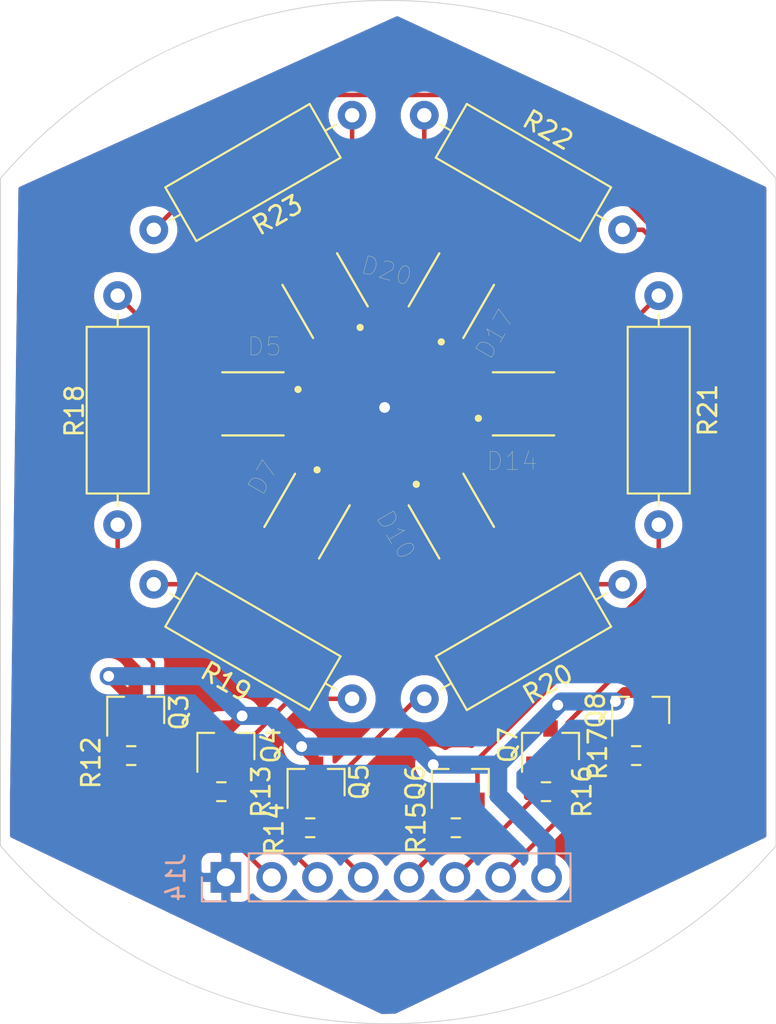
<source format=kicad_pcb>
(kicad_pcb (version 20171130) (host pcbnew "(5.1.8)-1")
  (layers (0 F.Cu signal) (1 In1.Cu power hide) (2 In2.Cu power hide) (31 B.Cu signal) (34 B.Paste user) (35 F.Paste user) (36 B.SilkS user) (37 F.SilkS user) (38 B.Mask user) (39 F.Mask user) (44 Edge.Cuts user))
  (net 0 "")
  (net 1 Earth)
  (net 2 +3V3)
  (net 3 +12V)
  (net 4 "Net-(Q3-Pad1)")
  (net 5 "Net-(Q4-Pad1)")
  (net 6 "Net-(Q5-Pad1)")
  (net 7 "Net-(Q6-Pad1)")
  (net 8 "Net-(Q7-Pad1)")
  (net 9 "Net-(Q8-Pad1)")
  (net 10 "Net-(D3-Pad2)")
  (net 11 "Net-(D6-Pad2)")
  (net 12 "Net-(D10-Pad2)")
  (net 13 "Net-(D12-Pad2)")
  (net 14 "Net-(D15-Pad2)")
  (net 15 "Net-(D18-Pad2)")
  (net 16 /PWM6)
  (net 17 /PWM5)
  (net 18 /PWM4)
  (net 19 /PWM3)
  (net 20 /PWM2)
  (net 21 /PWM1)
  (net 22 "Net-(Q3-Pad2)")
  (net 23 "Net-(Q4-Pad2)")
  (net 24 "Net-(Q5-Pad2)")
  (net 25 "Net-(Q6-Pad2)")
  (net 26 "Net-(Q7-Pad2)")
  (net 27 "Net-(Q8-Pad2)")
  (module Connector_PinSocket_2.54mm:PinSocket_1x08_P2.54mm_Vertical (layer B.Cu) (at 149.5 49.75 270)
    (fp_text reference J14 (at 0 2.77 90) (layer B.SilkS) (effects (justify mirror)))
    (fp_text value Conn_01x08_Male)
    (fp_line (start -1.33 -1.27) (end 1.33 -1.27) (layer B.SilkS) (width 0.12))
    (fp_line (start -1.33 -1.27) (end -1.33 -19.11) (layer B.SilkS) (width 0.12))
    (fp_line (start -1.33 -19.11) (end 1.33 -19.11) (layer B.SilkS) (width 0.12))
    (fp_line (start 1.33 -1.27) (end 1.33 -19.11) (layer B.SilkS) (width 0.12))
    (fp_line (start 1.33 1.33) (end 1.33 0) (layer B.SilkS) (width 0.12))
    (fp_line (start 0 1.33) (end 1.33 1.33) (layer B.SilkS) (width 0.12))
    (pad 1 thru_hole rect (at 0 0 270) (size 1.7 1.7) (drill 1) (layers *.Cu *.Mask) (net 1 Earth))
    (pad 2 thru_hole oval (at 0 -2.54 270) (size 1.7 1.7) (drill 1) (layers *.Cu *.Mask) (net 21 /PWM1))
    (pad 3 thru_hole oval (at 0 -5.08 270) (size 1.7 1.7) (drill 1) (layers *.Cu *.Mask) (net 20 /PWM2))
    (pad 4 thru_hole oval (at 0 -7.62 270) (size 1.7 1.7) (drill 1) (layers *.Cu *.Mask) (net 19 /PWM3))
    (pad 5 thru_hole oval (at 0 -10.16 270) (size 1.7 1.7) (drill 1) (layers *.Cu *.Mask) (net 18 /PWM4))
    (pad 6 thru_hole oval (at 0 -12.7 270) (size 1.7 1.7) (drill 1) (layers *.Cu *.Mask) (net 17 /PWM5))
    (pad 7 thru_hole oval (at 0 -15.24 270) (size 1.7 1.7) (drill 1) (layers *.Cu *.Mask) (net 16 /PWM6))
    (pad 8 thru_hole oval (at 0 -17.78 270) (size 1.7 1.7) (drill 1) (layers *.Cu *.Mask) (net 3 +12V))
  )
  (module Resistor_SMD:R_0603_1608Metric (layer F.Cu) (at 154.175 47 180)
    (fp_text reference R14 (at 2 -0.064999 270) (layer F.SilkS))
    (fp_text value 1k)
    (fp_line (start -0.237258 -0.5225) (end 0.237258 -0.5225) (layer F.SilkS) (width 0.12))
    (fp_line (start -0.237258 0.5225) (end 0.237258 0.5225) (layer F.SilkS) (width 0.12))
    (pad 1 smd roundrect (at -0.825 0 180) (size 0.8 0.95) (layers F.Cu F.Paste F.Mask) (net 19 /PWM3))
    (pad 2 smd roundrect (at 0.825 0 180) (size 0.8 0.95) (layers F.Cu F.Paste F.Mask) (net 6 "Net-(Q5-Pad1)"))
  )
  (module Resistor_SMD:R_0603_1608Metric (layer F.Cu) (at 172.25 43)
    (fp_text reference R17 (at -2.138 -0.094 270) (layer F.SilkS))
    (fp_text value 1k)
    (fp_line (start -0.237258 0.5225) (end 0.237258 0.5225) (layer F.SilkS) (width 0.12))
    (fp_line (start -0.237258 -0.5225) (end 0.237258 -0.5225) (layer F.SilkS) (width 0.12))
    (pad 2 smd roundrect (at 0.825 0) (size 0.8 0.95) (layers F.Cu F.Paste F.Mask) (net 9 "Net-(Q8-Pad1)"))
    (pad 1 smd roundrect (at -0.825 0) (size 0.8 0.95) (layers F.Cu F.Paste F.Mask) (net 16 /PWM6))
  )
  (module Resistor_SMD:R_0603_1608Metric (layer F.Cu) (at 144.25 43 180)
    (fp_text reference R12 (at 2.225 -0.4 270) (layer F.SilkS))
    (fp_text value 1k)
    (fp_line (start -0.237258 -0.5225) (end 0.237258 -0.5225) (layer F.SilkS) (width 0.12))
    (fp_line (start -0.237258 0.5225) (end 0.237258 0.5225) (layer F.SilkS) (width 0.12))
    (pad 1 smd roundrect (at -0.825 0 180) (size 0.8 0.95) (layers F.Cu F.Paste F.Mask) (net 21 /PWM1))
    (pad 2 smd roundrect (at 0.825 0 180) (size 0.8 0.95) (layers F.Cu F.Paste F.Mask) (net 4 "Net-(Q3-Pad1)"))
  )
  (module Resistor_SMD:R_0603_1608Metric (layer F.Cu) (at 149.25 45 180)
    (fp_text reference R13 (at -2.2 0 270) (layer F.SilkS))
    (fp_text value 1k)
    (fp_line (start -0.237258 0.5225) (end 0.237258 0.5225) (layer F.SilkS) (width 0.12))
    (fp_line (start -0.237258 -0.5225) (end 0.237258 -0.5225) (layer F.SilkS) (width 0.12))
    (pad 2 smd roundrect (at 0.825 0 180) (size 0.8 0.95) (layers F.Cu F.Paste F.Mask) (net 5 "Net-(Q4-Pad1)"))
    (pad 1 smd roundrect (at -0.825 0 180) (size 0.8 0.95) (layers F.Cu F.Paste F.Mask) (net 20 /PWM2))
  )
  (module Resistor_SMD:R_0603_1608Metric (layer F.Cu) (at 162.25 47)
    (fp_text reference R15 (at -2.2 0 90) (layer F.SilkS))
    (fp_text value 1k)
    (fp_line (start -0.237258 0.5225) (end 0.237258 0.5225) (layer F.SilkS) (width 0.12))
    (fp_line (start -0.237258 -0.5225) (end 0.237258 -0.5225) (layer F.SilkS) (width 0.12))
    (pad 2 smd roundrect (at 0.825 0) (size 0.8 0.95) (layers F.Cu F.Paste F.Mask) (net 7 "Net-(Q6-Pad1)"))
    (pad 1 smd roundrect (at -0.825 0) (size 0.8 0.95) (layers F.Cu F.Paste F.Mask) (net 18 /PWM4))
  )
  (module Resistor_SMD:R_0603_1608Metric (layer F.Cu) (at 167.25 45)
    (fp_text reference R16 (at 2 0 270) (layer F.SilkS))
    (fp_text value 1k)
    (fp_line (start -0.237258 -0.5225) (end 0.237258 -0.5225) (layer F.SilkS) (width 0.12))
    (fp_line (start -0.237258 0.5225) (end 0.237258 0.5225) (layer F.SilkS) (width 0.12))
    (pad 1 smd roundrect (at -0.825 0) (size 0.8 0.95) (layers F.Cu F.Paste F.Mask) (net 17 /PWM5))
    (pad 2 smd roundrect (at 0.825 0) (size 0.8 0.95) (layers F.Cu F.Paste F.Mask) (net 8 "Net-(Q7-Pad1)"))
  )
  (module Package_TO_SOT_SMD:SOT-23 (layer F.Cu) (at 154.5 44.5 90)
    (fp_text reference Q5 (at 0.04 2.39 90) (layer F.SilkS))
    (fp_text value Q_PNP_BCE)
    (fp_line (start 0.76 1.58) (end -0.7 1.58) (layer F.SilkS) (width 0.12))
    (fp_line (start 0.76 -1.58) (end -1.4 -1.58) (layer F.SilkS) (width 0.12))
    (fp_line (start 0.76 -1.58) (end 0.76 -0.65) (layer F.SilkS) (width 0.12))
    (fp_line (start 0.76 1.58) (end 0.76 0.65) (layer F.SilkS) (width 0.12))
    (pad 3 smd rect (at 1 0 90) (size 0.9 0.8) (layers F.Cu F.Paste F.Mask) (net 3 +12V))
    (pad 2 smd rect (at -1 0.95 90) (size 0.9 0.8) (layers F.Cu F.Paste F.Mask) (net 24 "Net-(Q5-Pad2)"))
    (pad 1 smd rect (at -1 -0.95 90) (size 0.9 0.8) (layers F.Cu F.Paste F.Mask) (net 6 "Net-(Q5-Pad1)"))
  )
  (module digikey-footprints:LED_L135-A589003500000 (layer F.Cu) (at 151 23.5)
    (fp_text reference D5 (at 0.635 -3.175) (layer F.SilkS) (effects (font (thickness 0.015))))
    (fp_text value LED)
    (fp_line (start 1.7 1.75) (end -1.7 1.75) (layer F.SilkS) (width 0.127))
    (fp_line (start -1.7 -1.75) (end 1.7 -1.75) (layer F.SilkS) (width 0.127))
    (fp_circle (center 2.5 -0.8) (end 2.6 -0.8) (layer F.SilkS) (width 0.2))
    (pad 1 smd rect (at 0.835 0) (size 1.93 2.4) (layers F.Cu F.Paste) (net 1 Earth))
    (pad 2 smd rect (at -1.39 0) (size 0.82 2.4) (layers F.Cu F.Paste) (net 10 "Net-(D3-Pad2)"))
  )
  (module digikey-footprints:LED_L135-A589003500000 (layer F.Cu) (at 154 29.723131 60)
    (fp_text reference D7 (at 0.635 -3.175 60) (layer F.SilkS) (effects (font (thickness 0.015))))
    (fp_text value LED)
    (fp_line (start 1.7 1.75) (end -1.7 1.75) (layer F.SilkS) (width 0.127))
    (fp_line (start -1.7 -1.75) (end 1.7 -1.75) (layer F.SilkS) (width 0.127))
    (fp_circle (center 2.5 -0.8) (end 2.6 -0.8) (layer F.SilkS) (width 0.2))
    (pad 1 smd rect (at 0.835 0 60) (size 1.93 2.4) (layers F.Cu F.Paste) (net 1 Earth))
    (pad 2 smd rect (at -1.39 0 60) (size 0.82 2.4) (layers F.Cu F.Paste) (net 11 "Net-(D6-Pad2)"))
  )
  (module digikey-footprints:LED_L135-A589003500000 (layer F.Cu) (at 162 29.723131 120)
    (fp_text reference D10 (at 0.635 -3.175 120) (layer F.SilkS) (effects (font (thickness 0.015))))
    (fp_text value LED)
    (fp_circle (center 2.5 -0.8) (end 2.6 -0.8) (layer F.SilkS) (width 0.2))
    (fp_line (start -1.7 -1.75) (end 1.7 -1.75) (layer F.SilkS) (width 0.127))
    (fp_line (start 1.7 1.75) (end -1.7 1.75) (layer F.SilkS) (width 0.127))
    (pad 2 smd rect (at -1.39 0 120) (size 0.82 2.4) (layers F.Cu F.Paste) (net 12 "Net-(D10-Pad2)"))
    (pad 1 smd rect (at 0.835 0 120) (size 1.93 2.4) (layers F.Cu F.Paste) (net 1 Earth))
  )
  (module digikey-footprints:LED_L135-A589003500000 (layer F.Cu) (at 166 23.5 180)
    (fp_text reference D14 (at 0.635 -3.175) (layer F.SilkS) (effects (font (thickness 0.015))))
    (fp_text value LED)
    (fp_circle (center 2.5 -0.8) (end 2.6 -0.8) (layer F.SilkS) (width 0.2))
    (fp_line (start -1.7 -1.75) (end 1.7 -1.75) (layer F.SilkS) (width 0.127))
    (fp_line (start 1.7 1.75) (end -1.7 1.75) (layer F.SilkS) (width 0.127))
    (pad 2 smd rect (at -1.39 0 180) (size 0.82 2.4) (layers F.Cu F.Paste) (net 13 "Net-(D12-Pad2)"))
    (pad 1 smd rect (at 0.835 0 180) (size 1.93 2.4) (layers F.Cu F.Paste) (net 1 Earth))
  )
  (module digikey-footprints:LED_L135-A589003500000 (layer F.Cu) (at 162 17.5 240)
    (fp_text reference D17 (at 0.635 -3.175 60) (layer F.SilkS) (effects (font (thickness 0.015))))
    (fp_text value LED)
    (fp_circle (center 2.5 -0.8) (end 2.6 -0.8) (layer F.SilkS) (width 0.2))
    (fp_line (start -1.7 -1.75) (end 1.7 -1.75) (layer F.SilkS) (width 0.127))
    (fp_line (start 1.7 1.75) (end -1.7 1.75) (layer F.SilkS) (width 0.127))
    (pad 2 smd rect (at -1.39 0 240) (size 0.82 2.4) (layers F.Cu F.Paste) (net 14 "Net-(D15-Pad2)"))
    (pad 1 smd rect (at 0.835 0 240) (size 1.93 2.4) (layers F.Cu F.Paste) (net 1 Earth))
  )
  (module digikey-footprints:LED_L135-A589003500000 (layer F.Cu) (at 155 17.5 300)
    (fp_text reference D20 (at 0.516346 -3.648076 165) (layer F.SilkS) (effects (font (thickness 0.015))))
    (fp_text value LED)
    (fp_line (start 1.7 1.75) (end -1.7 1.75) (layer F.SilkS) (width 0.127))
    (fp_line (start -1.7 -1.75) (end 1.7 -1.75) (layer F.SilkS) (width 0.127))
    (fp_circle (center 2.5 -0.8) (end 2.6 -0.8) (layer F.SilkS) (width 0.2))
    (pad 1 smd rect (at 0.835 0 300) (size 1.93 2.4) (layers F.Cu F.Paste) (net 1 Earth))
    (pad 2 smd rect (at -1.39 0 300) (size 0.82 2.4) (layers F.Cu F.Paste) (net 15 "Net-(D18-Pad2)"))
  )
  (module Package_TO_SOT_SMD:SOT-23 (layer F.Cu) (at 144.5 40.5 90)
    (fp_text reference Q3 (at -0.1 2.4 270) (layer F.SilkS))
    (fp_text value Q_PNP_BCE)
    (fp_line (start 0.76 1.58) (end -0.7 1.58) (layer F.SilkS) (width 0.12))
    (fp_line (start 0.76 -1.58) (end -1.4 -1.58) (layer F.SilkS) (width 0.12))
    (fp_line (start 0.76 -1.58) (end 0.76 -0.65) (layer F.SilkS) (width 0.12))
    (fp_line (start 0.76 1.58) (end 0.76 0.65) (layer F.SilkS) (width 0.12))
    (pad 3 smd rect (at 1 0 90) (size 0.9 0.8) (layers F.Cu F.Paste F.Mask) (net 3 +12V))
    (pad 2 smd rect (at -1 0.95 90) (size 0.9 0.8) (layers F.Cu F.Paste F.Mask) (net 22 "Net-(Q3-Pad2)"))
    (pad 1 smd rect (at -1 -0.95 90) (size 0.9 0.8) (layers F.Cu F.Paste F.Mask) (net 4 "Net-(Q3-Pad1)"))
  )
  (module Package_TO_SOT_SMD:SOT-23 (layer F.Cu) (at 149.5 42.5 90)
    (fp_text reference Q4 (at 0.06077 2.505256 90) (layer F.SilkS))
    (fp_text value Q_PNP_BCE)
    (fp_line (start 0.76 1.58) (end -0.7 1.58) (layer F.SilkS) (width 0.12))
    (fp_line (start 0.76 -1.58) (end -1.4 -1.58) (layer F.SilkS) (width 0.12))
    (fp_line (start 0.76 -1.58) (end 0.76 -0.65) (layer F.SilkS) (width 0.12))
    (fp_line (start 0.76 1.58) (end 0.76 0.65) (layer F.SilkS) (width 0.12))
    (pad 3 smd rect (at 1 0 90) (size 0.9 0.8) (layers F.Cu F.Paste F.Mask) (net 3 +12V))
    (pad 2 smd rect (at -1 0.95 90) (size 0.9 0.8) (layers F.Cu F.Paste F.Mask) (net 23 "Net-(Q4-Pad2)"))
    (pad 1 smd rect (at -1 -0.95 90) (size 0.9 0.8) (layers F.Cu F.Paste F.Mask) (net 5 "Net-(Q4-Pad1)"))
  )
  (module Package_TO_SOT_SMD:SOT-23 (layer F.Cu) (at 162.5 44.5 90)
    (fp_text reference Q6 (at 0 -2.5 90) (layer F.SilkS))
    (fp_text value Q_PNP_BCE)
    (fp_line (start 0.76 1.58) (end 0.76 0.65) (layer F.SilkS) (width 0.12))
    (fp_line (start 0.76 -1.58) (end 0.76 -0.65) (layer F.SilkS) (width 0.12))
    (fp_line (start 0.76 -1.58) (end -1.4 -1.58) (layer F.SilkS) (width 0.12))
    (fp_line (start 0.76 1.58) (end -0.7 1.58) (layer F.SilkS) (width 0.12))
    (pad 1 smd rect (at -1 -0.95 90) (size 0.9 0.8) (layers F.Cu F.Paste F.Mask) (net 7 "Net-(Q6-Pad1)"))
    (pad 2 smd rect (at -1 0.95 90) (size 0.9 0.8) (layers F.Cu F.Paste F.Mask) (net 25 "Net-(Q6-Pad2)"))
    (pad 3 smd rect (at 1 0 90) (size 0.9 0.8) (layers F.Cu F.Paste F.Mask) (net 3 +12V))
  )
  (module Package_TO_SOT_SMD:SOT-23 (layer F.Cu) (at 167.5 42.5 90)
    (fp_text reference Q7 (at 0.09 -2.36 90) (layer F.SilkS))
    (fp_text value Q_PNP_BCE)
    (fp_line (start 0.76 1.58) (end 0.76 0.65) (layer F.SilkS) (width 0.12))
    (fp_line (start 0.76 -1.58) (end 0.76 -0.65) (layer F.SilkS) (width 0.12))
    (fp_line (start 0.76 -1.58) (end -1.4 -1.58) (layer F.SilkS) (width 0.12))
    (fp_line (start 0.76 1.58) (end -0.7 1.58) (layer F.SilkS) (width 0.12))
    (pad 1 smd rect (at -1 -0.95 90) (size 0.9 0.8) (layers F.Cu F.Paste F.Mask) (net 8 "Net-(Q7-Pad1)"))
    (pad 2 smd rect (at -1 0.95 90) (size 0.9 0.8) (layers F.Cu F.Paste F.Mask) (net 26 "Net-(Q7-Pad2)"))
    (pad 3 smd rect (at 1 0 90) (size 0.9 0.8) (layers F.Cu F.Paste F.Mask) (net 3 +12V))
  )
  (module Package_TO_SOT_SMD:SOT-23 (layer F.Cu) (at 172.5 40.5 90)
    (fp_text reference Q8 (at 0 -2.5 90) (layer F.SilkS))
    (fp_text value Q_PNP_BCE)
    (fp_line (start 0.76 1.58) (end 0.76 0.65) (layer F.SilkS) (width 0.12))
    (fp_line (start 0.76 -1.58) (end 0.76 -0.65) (layer F.SilkS) (width 0.12))
    (fp_line (start 0.76 -1.58) (end -1.4 -1.58) (layer F.SilkS) (width 0.12))
    (fp_line (start 0.76 1.58) (end -0.7 1.58) (layer F.SilkS) (width 0.12))
    (pad 1 smd rect (at -1 -0.95 90) (size 0.9 0.8) (layers F.Cu F.Paste F.Mask) (net 9 "Net-(Q8-Pad1)"))
    (pad 2 smd rect (at -1 0.95 90) (size 0.9 0.8) (layers F.Cu F.Paste F.Mask) (net 27 "Net-(Q8-Pad2)"))
    (pad 3 smd rect (at 1 0 90) (size 0.9 0.8) (layers F.Cu F.Paste F.Mask) (net 3 +12V))
  )
  (module Resistor_THT:R_Axial_DIN0309_L9.0mm_D3.2mm_P12.70mm_Horizontal (layer F.Cu) (at 143.5 17.5 270)
    (fp_text reference R18 (at 6.4 2.4 90) (layer F.SilkS))
    (fp_text value 180R)
    (fp_line (start 11.66 0) (end 10.97 0) (layer F.SilkS) (width 0.12))
    (fp_line (start 1.04 0) (end 1.73 0) (layer F.SilkS) (width 0.12))
    (fp_line (start 10.97 -1.72) (end 1.73 -1.72) (layer F.SilkS) (width 0.12))
    (fp_line (start 10.97 1.72) (end 10.97 -1.72) (layer F.SilkS) (width 0.12))
    (fp_line (start 1.73 1.72) (end 10.97 1.72) (layer F.SilkS) (width 0.12))
    (fp_line (start 1.73 -1.72) (end 1.73 1.72) (layer F.SilkS) (width 0.12))
    (pad 2 thru_hole oval (at 12.7 0 270) (size 1.6 1.6) (drill 0.8) (layers *.Cu *.Mask) (net 22 "Net-(Q3-Pad2)"))
    (pad 1 thru_hole circle (at 0 0 270) (size 1.6 1.6) (drill 0.8) (layers *.Cu *.Mask) (net 10 "Net-(D3-Pad2)"))
  )
  (module Resistor_THT:R_Axial_DIN0309_L9.0mm_D3.2mm_P12.70mm_Horizontal (layer F.Cu) (at 145.5 33.5 330)
    (fp_text reference R19 (at 6.164102 2.676537 150) (layer F.SilkS))
    (fp_text value 180R)
    (fp_line (start 1.73 -1.72) (end 1.73 1.72) (layer F.SilkS) (width 0.12))
    (fp_line (start 1.73 1.72) (end 10.97 1.72) (layer F.SilkS) (width 0.12))
    (fp_line (start 10.97 1.72) (end 10.97 -1.72) (layer F.SilkS) (width 0.12))
    (fp_line (start 10.97 -1.72) (end 1.73 -1.72) (layer F.SilkS) (width 0.12))
    (fp_line (start 1.04 0) (end 1.73 0) (layer F.SilkS) (width 0.12))
    (fp_line (start 11.66 0) (end 10.97 0) (layer F.SilkS) (width 0.12))
    (pad 1 thru_hole circle (at 0 0 330) (size 1.6 1.6) (drill 0.8) (layers *.Cu *.Mask) (net 11 "Net-(D6-Pad2)"))
    (pad 2 thru_hole oval (at 12.7 0 330) (size 1.6 1.6) (drill 0.8) (layers *.Cu *.Mask) (net 23 "Net-(Q4-Pad2)"))
  )
  (module Resistor_THT:R_Axial_DIN0309_L9.0mm_D3.2mm_P12.70mm_Horizontal (layer F.Cu) (at 171.5 33.5 210)
    (fp_text reference R20 (at 6.35 -2.72 30) (layer F.SilkS))
    (fp_text value 180R)
    (fp_line (start 1.73 -1.72) (end 1.73 1.72) (layer F.SilkS) (width 0.12))
    (fp_line (start 1.73 1.72) (end 10.97 1.72) (layer F.SilkS) (width 0.12))
    (fp_line (start 10.97 1.72) (end 10.97 -1.72) (layer F.SilkS) (width 0.12))
    (fp_line (start 10.97 -1.72) (end 1.73 -1.72) (layer F.SilkS) (width 0.12))
    (fp_line (start 1.04 0) (end 1.73 0) (layer F.SilkS) (width 0.12))
    (fp_line (start 11.66 0) (end 10.97 0) (layer F.SilkS) (width 0.12))
    (pad 1 thru_hole circle (at 0 0 210) (size 1.6 1.6) (drill 0.8) (layers *.Cu *.Mask) (net 12 "Net-(D10-Pad2)"))
    (pad 2 thru_hole oval (at 12.7 0 210) (size 1.6 1.6) (drill 0.8) (layers *.Cu *.Mask) (net 24 "Net-(Q5-Pad2)"))
  )
  (module Resistor_THT:R_Axial_DIN0309_L9.0mm_D3.2mm_P12.70mm_Horizontal (layer F.Cu) (at 173.5 17.5 270)
    (fp_text reference R21 (at 6.35 -2.72 90) (layer F.SilkS))
    (fp_text value 180R)
    (fp_line (start 11.66 0) (end 10.97 0) (layer F.SilkS) (width 0.12))
    (fp_line (start 1.04 0) (end 1.73 0) (layer F.SilkS) (width 0.12))
    (fp_line (start 10.97 -1.72) (end 1.73 -1.72) (layer F.SilkS) (width 0.12))
    (fp_line (start 10.97 1.72) (end 10.97 -1.72) (layer F.SilkS) (width 0.12))
    (fp_line (start 1.73 1.72) (end 10.97 1.72) (layer F.SilkS) (width 0.12))
    (fp_line (start 1.73 -1.72) (end 1.73 1.72) (layer F.SilkS) (width 0.12))
    (pad 2 thru_hole oval (at 12.7 0 270) (size 1.6 1.6) (drill 0.8) (layers *.Cu *.Mask) (net 25 "Net-(Q6-Pad2)"))
    (pad 1 thru_hole circle (at 0 0 270) (size 1.6 1.6) (drill 0.8) (layers *.Cu *.Mask) (net 13 "Net-(D12-Pad2)"))
  )
  (module Resistor_THT:R_Axial_DIN0309_L9.0mm_D3.2mm_P12.70mm_Horizontal (layer F.Cu) (at 160.5 7.5 330)
    (fp_text reference R22 (at 6.35 -2.72 150) (layer F.SilkS))
    (fp_text value 180R)
    (fp_line (start 1.73 -1.72) (end 1.73 1.72) (layer F.SilkS) (width 0.12))
    (fp_line (start 1.73 1.72) (end 10.97 1.72) (layer F.SilkS) (width 0.12))
    (fp_line (start 10.97 1.72) (end 10.97 -1.72) (layer F.SilkS) (width 0.12))
    (fp_line (start 10.97 -1.72) (end 1.73 -1.72) (layer F.SilkS) (width 0.12))
    (fp_line (start 1.04 0) (end 1.73 0) (layer F.SilkS) (width 0.12))
    (fp_line (start 11.66 0) (end 10.97 0) (layer F.SilkS) (width 0.12))
    (pad 1 thru_hole circle (at 0 0 330) (size 1.6 1.6) (drill 0.8) (layers *.Cu *.Mask) (net 14 "Net-(D15-Pad2)"))
    (pad 2 thru_hole oval (at 12.7 0 330) (size 1.6 1.6) (drill 0.8) (layers *.Cu *.Mask) (net 26 "Net-(Q7-Pad2)"))
  )
  (module Resistor_THT:R_Axial_DIN0309_L9.0mm_D3.2mm_P12.70mm_Horizontal (layer F.Cu) (at 156.5 7.5 210)
    (fp_text reference R23 (at 6.35 -2.72 30) (layer F.SilkS))
    (fp_text value 180R)
    (fp_line (start 11.66 0) (end 10.97 0) (layer F.SilkS) (width 0.12))
    (fp_line (start 1.04 0) (end 1.73 0) (layer F.SilkS) (width 0.12))
    (fp_line (start 10.97 -1.72) (end 1.73 -1.72) (layer F.SilkS) (width 0.12))
    (fp_line (start 10.97 1.72) (end 10.97 -1.72) (layer F.SilkS) (width 0.12))
    (fp_line (start 1.73 1.72) (end 10.97 1.72) (layer F.SilkS) (width 0.12))
    (fp_line (start 1.73 -1.72) (end 1.73 1.72) (layer F.SilkS) (width 0.12))
    (pad 2 thru_hole oval (at 12.7 0 210) (size 1.6 1.6) (drill 0.8) (layers *.Cu *.Mask) (net 27 "Net-(Q8-Pad2)"))
    (pad 1 thru_hole circle (at 0 0 210) (size 1.6 1.6) (drill 0.8) (layers *.Cu *.Mask) (net 15 "Net-(D18-Pad2)"))
  )
  (gr_arc (start 158.5 29.5) (end 137.000001 47.999999) (angle -98.57830666) (layer Edge.Cuts) (width 0.05))
  (gr_arc (start 158.5 29.5) (end 179.999999 11.000001) (angle -98.57830666) (layer Edge.Cuts) (width 0.05))
  (gr_line (start 137 11) (end 137 48) (layer Edge.Cuts) (width 0.05))
  (gr_line (start 180 11) (end 180 48) (layer Edge.Cuts) (width 0.05))
  (via (at 158.3 23.7) (size 1) (drill 0.6) (layers F.Cu B.Cu) (net 1))
  (via (at 161 43.5) (size 1) (drill 0.6) (layers F.Cu B.Cu) (net 3))
  (segment (start 162.5 43.5) (end 161 43.5) (width 0.6) (layer F.Cu) (net 3))
  (via (at 167.9 40.2) (size 1) (drill 0.6) (layers F.Cu B.Cu) (net 3))
  (segment (start 167.5 40.6) (end 167.9 40.2) (width 0.6) (layer F.Cu) (net 3))
  (segment (start 167.5 41.5) (end 167.5 40.6) (width 0.6) (layer F.Cu) (net 3))
  (segment (start 171.6 39.5) (end 171.1 40) (width 0.6) (layer F.Cu) (net 3))
  (via (at 171.1 40) (size 1) (drill 0.6) (layers F.Cu B.Cu) (net 3))
  (segment (start 172.5 39.5) (end 171.6 39.5) (width 0.6) (layer F.Cu) (net 3))
  (via (at 153.7 42.5) (size 1) (drill 0.6) (layers F.Cu B.Cu) (net 3))
  (segment (start 154.5 43.3) (end 153.7 42.5) (width 0.6) (layer F.Cu) (net 3))
  (segment (start 154.5 43.5) (end 154.5 43.3) (width 0.6) (layer F.Cu) (net 3))
  (via (at 150.4 40.8) (size 1) (drill 0.6) (layers F.Cu B.Cu) (net 3))
  (segment (start 149.7 41.5) (end 150.4 40.8) (width 0.6) (layer F.Cu) (net 3))
  (segment (start 149.5 41.5) (end 149.7 41.5) (width 0.6) (layer F.Cu) (net 3))
  (via (at 143 38.6) (size 1) (drill 0.6) (layers F.Cu B.Cu) (net 3))
  (segment (start 143.9 39.5) (end 143 38.6) (width 0.6) (layer F.Cu) (net 3))
  (segment (start 144.5 39.5) (end 143.9 39.5) (width 0.6) (layer F.Cu) (net 3))
  (segment (start 148.2 38.6) (end 150.4 40.8) (width 1) (layer B.Cu) (net 3))
  (segment (start 143 38.6) (end 148.2 38.6) (width 1) (layer B.Cu) (net 3))
  (segment (start 152 40.8) (end 153.7 42.5) (width 1) (layer B.Cu) (net 3))
  (segment (start 150.4 40.8) (end 152 40.8) (width 1) (layer B.Cu) (net 3))
  (segment (start 160 42.5) (end 161 43.5) (width 1) (layer B.Cu) (net 3))
  (segment (start 153.7 42.5) (end 160 42.5) (width 1) (layer B.Cu) (net 3))
  (segment (start 161 43.5) (end 164.6 43.5) (width 1) (layer B.Cu) (net 3))
  (segment (start 168.1 40) (end 167.55 40.55) (width 1) (layer B.Cu) (net 3))
  (segment (start 171.1 40) (end 168.1 40) (width 1) (layer B.Cu) (net 3))
  (segment (start 167.55 40.55) (end 167.9 40.2) (width 1) (layer B.Cu) (net 3))
  (segment (start 164.6 43.5) (end 167.55 40.55) (width 1) (layer B.Cu) (net 3))
  (segment (start 164.6 43.5) (end 164.6 45.2) (width 1) (layer B.Cu) (net 3))
  (segment (start 167.28 47.88) (end 167.28 49.75) (width 1) (layer B.Cu) (net 3))
  (segment (start 164.6 45.2) (end 167.28 47.88) (width 1) (layer B.Cu) (net 3))
  (segment (start 143.425 41.625) (end 143.55 41.5) (width 0.25) (layer F.Cu) (net 4))
  (segment (start 143.425 43) (end 143.425 41.625) (width 0.25) (layer F.Cu) (net 4))
  (segment (start 148.425 43.625) (end 148.55 43.5) (width 0.25) (layer F.Cu) (net 5))
  (segment (start 148.425 45) (end 148.425 43.625) (width 0.25) (layer F.Cu) (net 5))
  (segment (start 153.35 47) (end 153.35 45.6) (width 0.25) (layer F.Cu) (net 6))
  (segment (start 153.45 45.5) (end 153.55 45.5) (width 0.25) (layer F.Cu) (net 6))
  (segment (start 153.35 45.6) (end 153.45 45.5) (width 0.25) (layer F.Cu) (net 6))
  (segment (start 163.05 47) (end 161.55 45.5) (width 0.25) (layer F.Cu) (net 7))
  (segment (start 163.075 47) (end 163.05 47) (width 0.25) (layer F.Cu) (net 7))
  (segment (start 168.05 45) (end 166.55 43.5) (width 0.25) (layer F.Cu) (net 8))
  (segment (start 168.075 45) (end 168.05 45) (width 0.25) (layer F.Cu) (net 8))
  (segment (start 173.05 43) (end 171.55 41.5) (width 0.25) (layer F.Cu) (net 9))
  (segment (start 173.075 43) (end 173.05 43) (width 0.25) (layer F.Cu) (net 9))
  (segment (start 149.5 23.5) (end 149.61 23.5) (width 0.25) (layer F.Cu) (net 10))
  (segment (start 143.5 17.5) (end 149.5 23.5) (width 0.25) (layer F.Cu) (net 10))
  (segment (start 150.731906 33.5) (end 153.305 30.926906) (width 0.25) (layer F.Cu) (net 11))
  (segment (start 145.5 33.5) (end 150.731906 33.5) (width 0.25) (layer F.Cu) (net 11))
  (segment (start 171.5 33.5) (end 165.268094 33.5) (width 0.25) (layer F.Cu) (net 12))
  (segment (start 165.268094 33.5) (end 162.695 30.926906) (width 0.25) (layer F.Cu) (net 12))
  (segment (start 173.5 17.5) (end 167.3 23.7) (width 0.25) (layer F.Cu) (net 13))
  (segment (start 167.3 23.59) (end 167.39 23.5) (width 0.25) (layer F.Cu) (net 13))
  (segment (start 167.3 23.7) (end 167.3 23.59) (width 0.25) (layer F.Cu) (net 13))
  (segment (start 160.5 14.101225) (end 162.695 16.296225) (width 0.25) (layer F.Cu) (net 14))
  (segment (start 160.5 7.5) (end 160.5 14.101225) (width 0.25) (layer F.Cu) (net 14))
  (segment (start 156.5 14.101225) (end 154.305 16.296225) (width 0.25) (layer F.Cu) (net 15))
  (segment (start 156.5 7.5) (end 156.5 14.101225) (width 0.25) (layer F.Cu) (net 15))
  (segment (start 171.425 43.065) (end 171.425 43) (width 0.25) (layer F.Cu) (net 16))
  (segment (start 164.74 49.75) (end 171.425 43.065) (width 0.25) (layer F.Cu) (net 16))
  (segment (start 166.425 45.525) (end 166.425 45) (width 0.25) (layer F.Cu) (net 17))
  (segment (start 162.2 49.75) (end 166.425 45.525) (width 0.25) (layer F.Cu) (net 17))
  (segment (start 161.425 47.985) (end 161.425 47) (width 0.25) (layer F.Cu) (net 18))
  (segment (start 159.66 49.75) (end 161.425 47.985) (width 0.25) (layer F.Cu) (net 18))
  (segment (start 155 47.63) (end 157.12 49.75) (width 0.25) (layer F.Cu) (net 19))
  (segment (start 155 47) (end 155 47.63) (width 0.25) (layer F.Cu) (net 19))
  (segment (start 150.075 45.245) (end 154.58 49.75) (width 0.25) (layer F.Cu) (net 20))
  (segment (start 150.075 45) (end 150.075 45.245) (width 0.25) (layer F.Cu) (net 20))
  (segment (start 151.957522 49.75) (end 145.207522 43) (width 0.25) (layer F.Cu) (net 21))
  (segment (start 145.207522 43) (end 145.075 43) (width 0.25) (layer F.Cu) (net 21))
  (segment (start 152.04 49.75) (end 151.957522 49.75) (width 0.25) (layer F.Cu) (net 21))
  (segment (start 145.45 41.5) (end 145.45 37.85) (width 0.25) (layer F.Cu) (net 22))
  (segment (start 143.5 35.9) (end 143.5 30.2) (width 0.25) (layer F.Cu) (net 22))
  (segment (start 145.45 37.85) (end 143.5 35.9) (width 0.25) (layer F.Cu) (net 22))
  (segment (start 153.076998 39.85) (end 156.498523 39.85) (width 0.25) (layer F.Cu) (net 23))
  (segment (start 150.45 42.476998) (end 153.076998 39.85) (width 0.25) (layer F.Cu) (net 23))
  (segment (start 150.45 43.5) (end 150.45 42.476998) (width 0.25) (layer F.Cu) (net 23))
  (segment (start 160.076998 39.85) (end 160.501477 39.85) (width 0.25) (layer F.Cu) (net 24))
  (segment (start 155.45 44.476998) (end 160.076998 39.85) (width 0.25) (layer F.Cu) (net 24))
  (segment (start 155.45 45.5) (end 155.45 44.476998) (width 0.25) (layer F.Cu) (net 24))
  (segment (start 173.5 33.165002) (end 173.5 30.2) (width 0.25) (layer F.Cu) (net 25))
  (segment (start 163.45 43.215002) (end 173.5 33.165002) (width 0.25) (layer F.Cu) (net 25))
  (segment (start 163.45 45.5) (end 163.45 43.215002) (width 0.25) (layer F.Cu) (net 25))
  (segment (start 172.629893 13.85) (end 171.498523 13.85) (width 0.25) (layer F.Cu) (net 26))
  (segment (start 175.075011 16.295118) (end 172.629893 13.85) (width 0.25) (layer F.Cu) (net 26))
  (segment (start 168.45 41.18641) (end 175.075011 34.561399) (width 0.25) (layer F.Cu) (net 26))
  (segment (start 175.075011 34.561399) (end 175.075011 16.295118) (width 0.25) (layer F.Cu) (net 26))
  (segment (start 168.45 43.5) (end 168.45 41.18641) (width 0.25) (layer F.Cu) (net 26))
  (segment (start 152.976478 6.374999) (end 145.501477 13.85) (width 0.25) (layer F.Cu) (net 27))
  (segment (start 175.52502 16.108717) (end 165.791302 6.374999) (width 0.25) (layer F.Cu) (net 27))
  (segment (start 175.525021 34.747799) (end 175.52502 16.108717) (width 0.25) (layer F.Cu) (net 27))
  (segment (start 173.45 36.82282) (end 175.525021 34.747799) (width 0.25) (layer F.Cu) (net 27))
  (segment (start 165.791302 6.374999) (end 152.976478 6.374999) (width 0.25) (layer F.Cu) (net 27))
  (segment (start 173.45 41.5) (end 173.45 36.82282) (width 0.25) (layer F.Cu) (net 27))
  (zone (net 1) (net_name Earth) (layer F.Cu) (connect_pads (clearance 0.508)) (min_thickness 0.254) (fill yes (arc_segments 32) (thermal_gap 0.508) (thermal_bridge_width 0.508))
    (polygon (pts (xy 179.5 47.5) (xy 158.5 57.5) (xy 137.5 47.5) (xy 138 11.5) (xy 159 2) (xy 179.5 11.5)))
  )
  (zone (net 1) (net_name Earth) (layer B.Cu) (connect_pads (clearance 0.508)) (min_thickness 0.254) (fill yes (arc_segments 32) (thermal_gap 0.508) (thermal_bridge_width 0.508))
    (polygon (pts (xy 179.5 11.5) (xy 179.5 47.5) (xy 158.5 57.5) (xy 137.5 47.5) (xy 138 11.5) (xy 159 2)))
  )
)
</source>
